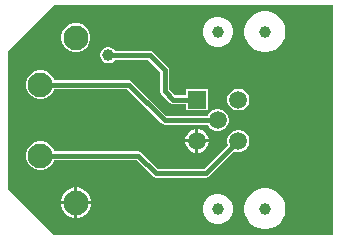
<source format=gbr>
%TF.GenerationSoftware,Altium Limited,Altium Designer,23.10.1 (27)*%
G04 Layer_Physical_Order=2*
G04 Layer_Color=16711680*
%FSLAX45Y45*%
%MOMM*%
%TF.SameCoordinates,3B401655-87E5-4DED-8554-5CA7246403C5*%
%TF.FilePolarity,Positive*%
%TF.FileFunction,Copper,L2,Bot,Signal*%
%TF.Part,Single*%
G01*
G75*
%TA.AperFunction,Conductor*%
%ADD12C,0.38100*%
%TA.AperFunction,ComponentPad*%
%ADD13C,2.10000*%
%ADD14C,1.00000*%
%ADD15C,1.50000*%
%ADD16R,1.50000X1.50000*%
%TA.AperFunction,ViaPad*%
%ADD17C,1.00000*%
G36*
X3174104Y325896D02*
X810727D01*
X425896Y710727D01*
Y1889273D01*
X810727Y2274104D01*
X3174104D01*
Y325896D01*
D02*
G37*
%LPC*%
G36*
X2216823Y2177780D02*
X2183177D01*
X2150679Y2169072D01*
X2121541Y2152249D01*
X2097750Y2128459D01*
X2080928Y2099321D01*
X2072220Y2066823D01*
Y2033177D01*
X2080928Y2000679D01*
X2097750Y1971541D01*
X2121541Y1947750D01*
X2150679Y1930928D01*
X2183177Y1922220D01*
X2216823D01*
X2249321Y1930928D01*
X2278459Y1947750D01*
X2302249Y1971541D01*
X2319072Y2000679D01*
X2327780Y2033177D01*
Y2066823D01*
X2319072Y2099321D01*
X2302249Y2128459D01*
X2278459Y2152249D01*
X2249321Y2169072D01*
X2216823Y2177780D01*
D02*
G37*
G36*
X2617017Y2222780D02*
X2582983D01*
X2549602Y2216140D01*
X2518158Y2203115D01*
X2489859Y2184207D01*
X2465793Y2160141D01*
X2446884Y2131842D01*
X2433860Y2100398D01*
X2427220Y2067017D01*
Y2032983D01*
X2433860Y1999602D01*
X2446884Y1968158D01*
X2465793Y1939859D01*
X2489859Y1915793D01*
X2518158Y1896884D01*
X2549602Y1883860D01*
X2582983Y1877220D01*
X2617017D01*
X2650398Y1883860D01*
X2681842Y1896884D01*
X2710141Y1915793D01*
X2734207Y1939859D01*
X2753115Y1968158D01*
X2766140Y1999602D01*
X2772780Y2032983D01*
Y2067017D01*
X2766140Y2100398D01*
X2753115Y2131842D01*
X2734207Y2160141D01*
X2710141Y2184207D01*
X2681842Y2203115D01*
X2650398Y2216140D01*
X2617017Y2222780D01*
D02*
G37*
G36*
X1016164Y2122780D02*
X983836D01*
X952609Y2114413D01*
X924611Y2098249D01*
X901752Y2075389D01*
X885587Y2047391D01*
X877220Y2016164D01*
Y1983836D01*
X885587Y1952609D01*
X901752Y1924611D01*
X924611Y1901752D01*
X952609Y1885587D01*
X983836Y1877220D01*
X1016164D01*
X1047391Y1885587D01*
X1075389Y1901752D01*
X1098249Y1924611D01*
X1114413Y1952609D01*
X1122780Y1983836D01*
Y2016164D01*
X1114413Y2047391D01*
X1098249Y2075389D01*
X1075389Y2098249D01*
X1047391Y2114413D01*
X1016164Y2122780D01*
D02*
G37*
G36*
X2387214Y1567780D02*
X2362785D01*
X2339188Y1561457D01*
X2318032Y1549242D01*
X2300757Y1531968D01*
X2288543Y1510812D01*
X2282220Y1487214D01*
Y1462785D01*
X2288543Y1439188D01*
X2300757Y1418032D01*
X2318032Y1400757D01*
X2339188Y1388543D01*
X2362785Y1382220D01*
X2387214D01*
X2410812Y1388543D01*
X2431968Y1400757D01*
X2449242Y1418032D01*
X2461457Y1439188D01*
X2467780Y1462785D01*
Y1487214D01*
X2461457Y1510812D01*
X2449242Y1531968D01*
X2431968Y1549242D01*
X2410812Y1561457D01*
X2387214Y1567780D01*
D02*
G37*
G36*
X1283924Y1917780D02*
X1266076D01*
X1248838Y1913161D01*
X1233382Y1904237D01*
X1220763Y1891618D01*
X1211839Y1876162D01*
X1207220Y1858924D01*
Y1841077D01*
X1211839Y1823838D01*
X1220763Y1808382D01*
X1233382Y1795763D01*
X1248838Y1786839D01*
X1266076Y1782220D01*
X1283924D01*
X1301162Y1786839D01*
X1316618Y1795763D01*
X1329237Y1808382D01*
X1331585Y1812448D01*
X1609446D01*
X1712448Y1709446D01*
Y1550000D01*
X1715307Y1535630D01*
X1723447Y1523447D01*
X1798447Y1448447D01*
X1810630Y1440307D01*
X1825000Y1437448D01*
X1932220D01*
Y1382220D01*
X2117780D01*
Y1567780D01*
X1932220D01*
Y1512552D01*
X1840554D01*
X1787552Y1565554D01*
Y1725000D01*
X1785167Y1736986D01*
X1784693Y1739371D01*
X1776553Y1751553D01*
X1651553Y1876553D01*
X1639370Y1884693D01*
X1625000Y1887552D01*
X1331585D01*
X1329237Y1891618D01*
X1316618Y1904237D01*
X1301162Y1913161D01*
X1283924Y1917780D01*
D02*
G37*
G36*
X716164Y1722780D02*
X683836D01*
X652609Y1714413D01*
X624611Y1698249D01*
X601752Y1675389D01*
X585587Y1647391D01*
X577220Y1616164D01*
Y1583836D01*
X585587Y1552609D01*
X601752Y1524611D01*
X624611Y1501752D01*
X652609Y1485587D01*
X683836Y1477220D01*
X716164D01*
X747391Y1485587D01*
X775389Y1501752D01*
X798249Y1524611D01*
X814413Y1552609D01*
X817049Y1562448D01*
X1434446D01*
X1723447Y1273447D01*
X1735630Y1265307D01*
X1750000Y1262448D01*
X2114547D01*
X2125757Y1243032D01*
X2143032Y1225758D01*
X2164188Y1213543D01*
X2187785Y1207220D01*
X2212215D01*
X2235812Y1213543D01*
X2256968Y1225758D01*
X2274242Y1243032D01*
X2286457Y1264188D01*
X2292780Y1287785D01*
Y1312215D01*
X2286457Y1335812D01*
X2274242Y1356968D01*
X2256968Y1374242D01*
X2235812Y1386457D01*
X2212215Y1392780D01*
X2187785D01*
X2164188Y1386457D01*
X2143032Y1374242D01*
X2125757Y1356968D01*
X2114547Y1337552D01*
X1765554D01*
X1476553Y1626553D01*
X1464370Y1634693D01*
X1450000Y1637552D01*
X817049D01*
X814413Y1647391D01*
X798249Y1675389D01*
X775389Y1698249D01*
X747391Y1714413D01*
X716164Y1722780D01*
D02*
G37*
G36*
X2038218Y1225400D02*
X2037700D01*
Y1137700D01*
X2125400D01*
Y1138218D01*
X2118558Y1163753D01*
X2105340Y1186647D01*
X2086647Y1205340D01*
X2063753Y1218558D01*
X2038218Y1225400D01*
D02*
G37*
G36*
X2012300D02*
X2011782D01*
X1986247Y1218558D01*
X1963353Y1205340D01*
X1944660Y1186647D01*
X1931442Y1163753D01*
X1924600Y1138218D01*
Y1137700D01*
X2012300D01*
Y1225400D01*
D02*
G37*
G36*
X2125400Y1112300D02*
X2037700D01*
Y1024600D01*
X2038218D01*
X2063753Y1031442D01*
X2086647Y1044660D01*
X2105340Y1063353D01*
X2118558Y1086247D01*
X2125400Y1111782D01*
Y1112300D01*
D02*
G37*
G36*
X2012300D02*
X1924600D01*
Y1111782D01*
X1931442Y1086247D01*
X1944660Y1063353D01*
X1963353Y1044660D01*
X1986247Y1031442D01*
X2011782Y1024600D01*
X2012300D01*
Y1112300D01*
D02*
G37*
G36*
X2387214Y1217780D02*
X2362785D01*
X2339188Y1211457D01*
X2318032Y1199242D01*
X2300757Y1181968D01*
X2288543Y1160812D01*
X2282220Y1137215D01*
Y1112785D01*
X2288023Y1091129D01*
X2084446Y887552D01*
X1690554D01*
X1551553Y1026553D01*
X1539370Y1034693D01*
X1525000Y1037552D01*
X817049D01*
X814413Y1047391D01*
X798249Y1075389D01*
X775389Y1098249D01*
X747391Y1114413D01*
X716164Y1122780D01*
X683836D01*
X652609Y1114413D01*
X624611Y1098249D01*
X601752Y1075389D01*
X585587Y1047391D01*
X577220Y1016164D01*
Y983836D01*
X585587Y952609D01*
X601752Y924611D01*
X624611Y901752D01*
X652609Y885587D01*
X683836Y877220D01*
X716164D01*
X747391Y885587D01*
X775389Y901752D01*
X798249Y924611D01*
X814413Y952609D01*
X817049Y962448D01*
X1509446D01*
X1648447Y823447D01*
X1660630Y815307D01*
X1675000Y812448D01*
X2100000D01*
X2114370Y815307D01*
X2126553Y823447D01*
X2341129Y1038023D01*
X2362785Y1032220D01*
X2387214D01*
X2410812Y1038543D01*
X2431968Y1050758D01*
X2449242Y1068032D01*
X2461457Y1089188D01*
X2467780Y1112785D01*
Y1137215D01*
X2461457Y1160812D01*
X2449242Y1181968D01*
X2431968Y1199242D01*
X2410812Y1211457D01*
X2387214Y1217780D01*
D02*
G37*
G36*
X1017168Y730400D02*
X1012700D01*
Y612700D01*
X1130400D01*
Y617168D01*
X1121514Y650333D01*
X1104346Y680067D01*
X1080067Y704346D01*
X1050333Y721514D01*
X1017168Y730400D01*
D02*
G37*
G36*
X987300D02*
X982832D01*
X949667Y721514D01*
X919933Y704346D01*
X895654Y680067D01*
X878486Y650333D01*
X869600Y617168D01*
Y612700D01*
X987300D01*
Y730400D01*
D02*
G37*
G36*
X1130400Y587300D02*
X1012700D01*
Y469600D01*
X1017168D01*
X1050333Y478486D01*
X1080067Y495654D01*
X1104346Y519933D01*
X1121514Y549667D01*
X1130400Y582832D01*
Y587300D01*
D02*
G37*
G36*
X987300D02*
X869600D01*
Y582832D01*
X878486Y549667D01*
X895654Y519933D01*
X919933Y495654D01*
X949667Y478486D01*
X982832Y469600D01*
X987300D01*
Y587300D01*
D02*
G37*
G36*
X2216823Y677780D02*
X2183177D01*
X2150679Y669072D01*
X2121541Y652249D01*
X2097750Y628459D01*
X2080928Y599321D01*
X2072220Y566823D01*
Y533177D01*
X2080928Y500679D01*
X2097750Y471541D01*
X2121541Y447750D01*
X2150679Y430928D01*
X2183177Y422220D01*
X2216823D01*
X2249321Y430928D01*
X2278459Y447750D01*
X2302249Y471541D01*
X2319072Y500679D01*
X2327780Y533177D01*
Y566823D01*
X2319072Y599321D01*
X2302249Y628459D01*
X2278459Y652249D01*
X2249321Y669072D01*
X2216823Y677780D01*
D02*
G37*
G36*
X2617017Y722780D02*
X2582983D01*
X2549602Y716140D01*
X2518158Y703115D01*
X2489859Y684207D01*
X2465793Y660141D01*
X2446884Y631842D01*
X2433860Y600398D01*
X2427220Y567017D01*
Y532983D01*
X2433860Y499602D01*
X2446884Y468158D01*
X2465793Y439859D01*
X2489859Y415793D01*
X2518158Y396884D01*
X2549602Y383860D01*
X2582983Y377220D01*
X2617017D01*
X2650398Y383860D01*
X2681842Y396884D01*
X2710141Y415793D01*
X2734207Y439859D01*
X2753115Y468158D01*
X2766140Y499602D01*
X2772780Y532983D01*
Y567017D01*
X2766140Y600398D01*
X2753115Y631842D01*
X2734207Y660141D01*
X2710141Y684207D01*
X2681842Y703115D01*
X2650398Y716140D01*
X2617017Y722780D01*
D02*
G37*
%LPD*%
D12*
X1825000Y1475000D02*
X2025000D01*
X2025000Y1475000D01*
X1750000Y1550000D02*
X1825000Y1475000D01*
X1750000Y1550000D02*
Y1725000D01*
X1625000Y1850000D02*
X1750000Y1725000D01*
X1275000Y1850000D02*
X1625000D01*
X1675000Y850000D02*
X2100000D01*
X2375000Y1125000D01*
X1525000Y1000000D02*
X1675000Y850000D01*
X700000Y1000000D02*
X1525000D01*
X1750000Y1300000D02*
X2200000D01*
X700000Y1600000D02*
X1450000D01*
X1750000Y1300000D01*
D13*
X1000000Y600000D02*
D03*
X700000Y1000000D02*
D03*
Y1600000D02*
D03*
X1000000Y2000000D02*
D03*
D14*
X2600000Y2050000D02*
D03*
Y550000D02*
D03*
X2200000Y2050000D02*
D03*
Y550000D02*
D03*
D15*
Y1300000D02*
D03*
X2025000Y1125000D02*
D03*
X2375000D02*
D03*
Y1475000D02*
D03*
D16*
X2025000D02*
D03*
D17*
X1275000Y1850000D02*
D03*
%TF.MD5,8d1d8df3ad7a00a59da73c570436df16*%
M02*

</source>
